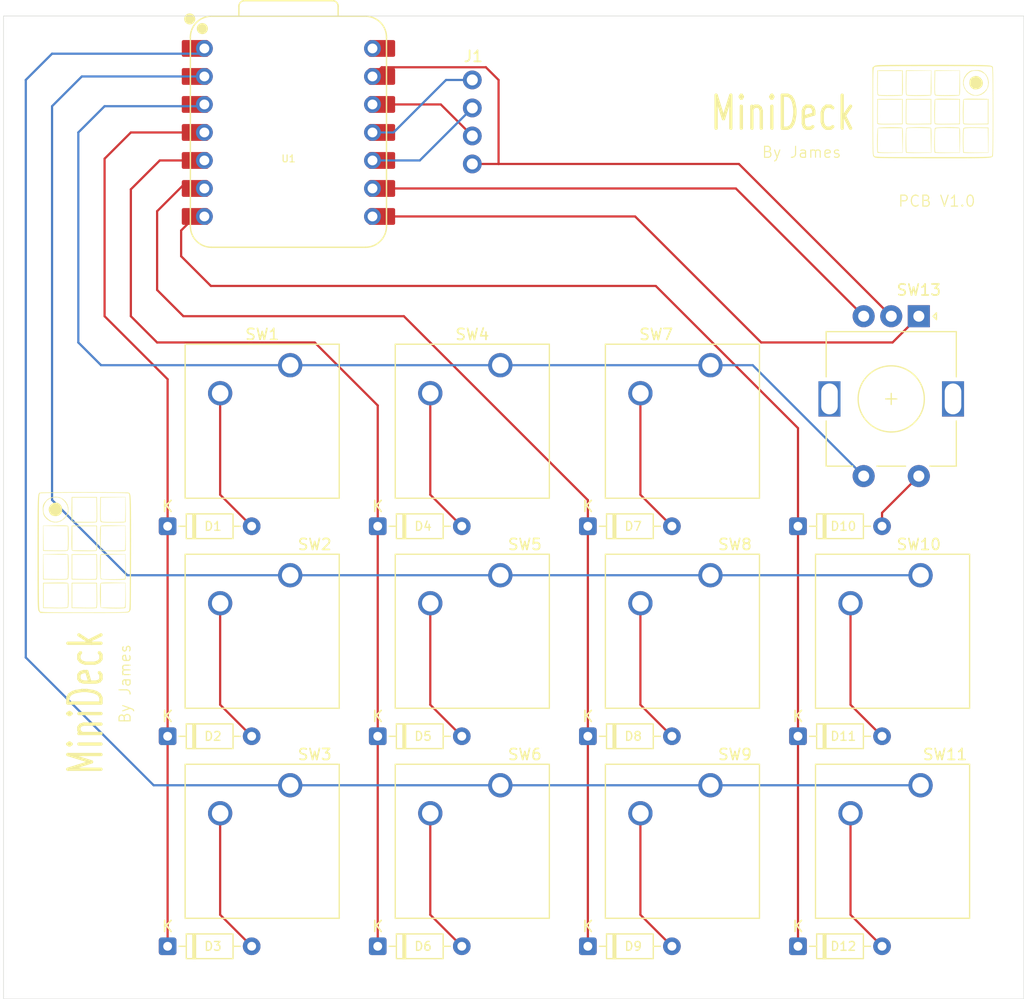
<source format=kicad_pcb>
(kicad_pcb (version 20241229) (generator "pcbnew") (generator_version "9.0")
  (layers (0 "F.Cu" signal) (2 "B.Cu" signal) (13 "F.Paste" user) (15 "B.Paste" user) (5 "F.SilkS" user "F.Silkscreen") (7 "B.SilkS" user "B.Silkscreen") (1 "F.Mask" user) (3 "B.Mask" user) (25 "Edge.Cuts" user))
  (net 0 "")
  (net 1 "Net-(D1-A)")
  (net 2 "Net-(D1-K)")
  (net 3 "Net-(D2-A)")
  (net 4 "Net-(D3-A)")
  (net 5 "Net-(D4-A)")
  (net 6 "Net-(D5-A)")
  (net 7 "Net-(D6-A)")
  (net 8 "Net-(D7-A)")
  (net 9 "Net-(D8-A)")
  (net 10 "Net-(D10-K)")
  (net 11 "Net-(D9-A)")
  (net 12 "Net-(D10-A)")
  (net 13 "Net-(D11-A)")
  (net 14 "Net-(J1-Pin_2)")
  (net 15 "Net-(J1-Pin_1)")
  (net 16 "GND")
  (net 17 "+3.3V")
  (net 18 "Net-(U1-GPIO27{slash}ADC1{slash}A1)")
  (net 19 "+5V")
  (net 20 "Net-(U1-GPIO2{slash}SCK)")
  (net 21 "Net-(U1-GPIO1{slash}RX)")
  (net 22 "Net-(U1-GPIO26{slash}ADC0{slash}A0)")
  (net 23 "Net-(D4-K)")
  (net 24 "Net-(D7-K)")
  (net 25 "Net-(D12-A)")
  (net 26 "Net-(U1-GPIO28{slash}ADC2{slash}A2)")
  (footprint "Keyswitch:SW_Cherry_MX_1.00u_PCB-3D Model" (layer "F.Cu") (at 93.0275 78.26375)
    (property "Reference" "SW8" (at 2.2225 -2.794 0) (layer "F.SilkS"))
    (property "Value" "SW_Push")
    (pad "" np_thru_hole circle (at -7.62 5.08) (size 1.7 1.7) (drill 1.7) (layers "*.Cu" "*.Mask"))
    (pad "" np_thru_hole circle (at -2.54 5.08) (size 4 4) (drill 4) (layers "*.Cu" "*.Mask"))
    (pad "" np_thru_hole circle (at 2.54 5.08) (size 1.7 1.7) (drill 1.7) (layers "*.Cu" "*.Mask"))
    (pad "1" thru_hole circle (at 0 0) (size 2.2 2.2) (drill 1.5) (layers "*.Cu" "*.Mask") (net 18 "Net-(U1-GPIO27{slash}ADC1{slash}A1)"))
    (pad "2" thru_hole circle (at -6.35 2.54) (size 2.2 2.2) (drill 1.5) (layers "*.Cu" "*.Mask") (net 9 "Net-(D8-A)"))
  )
  (footprint "Diode_THT:D_DO-35_SOD27_P7.62mm_Horizontal" (layer "F.Cu") (at 100.965 92.86875)
    (property "Reference" "D11" (hide yes))
    (property "Value" "1N4148")
    (fp_text user "K" (at 0 -1.8 0) (layer "F.SilkS"))
    (fp_text user "${REFERENCE}" (at 4.11 0 0) (layer "F.SilkS") (effects (font (size 0.8 0.8) (thickness 0.12))))
    (pad "1" thru_hole roundrect (at 0 0) (size 1.6 1.6) (drill 0.8) (layers "*.Cu" "*.Mask") (roundrect_rratio 0.15625) (net 10 "Net-(D10-K)"))
    (pad "2" thru_hole circle (at 7.62 0) (size 1.6 1.6) (drill 0.8) (layers "*.Cu" "*.Mask") (net 13 "Net-(D11-A)"))
  )
  (footprint "Keyswitch:SW_Cherry_MX_1.00u_PCB-3D Model" (layer "F.Cu") (at 93.0275 97.31375)
    (property "Reference" "SW9" (at 2.2225 -2.794 0) (layer "F.SilkS"))
    (property "Value" "SW_Push")
    (pad "" np_thru_hole circle (at -7.62 5.08) (size 1.7 1.7) (drill 1.7) (layers "*.Cu" "*.Mask"))
    (pad "" np_thru_hole circle (at -2.54 5.08) (size 4 4) (drill 4) (layers "*.Cu" "*.Mask"))
    (pad "" np_thru_hole circle (at 2.54 5.08) (size 1.7 1.7) (drill 1.7) (layers "*.Cu" "*.Mask"))
    (pad "1" thru_hole circle (at 0 0) (size 2.2 2.2) (drill 1.5) (layers "*.Cu" "*.Mask") (net 22 "Net-(U1-GPIO26{slash}ADC0{slash}A0)"))
    (pad "2" thru_hole circle (at -6.35 2.54) (size 2.2 2.2) (drill 1.5) (layers "*.Cu" "*.Mask") (net 11 "Net-(D9-A)"))
  )
  (footprint "Diode_THT:D_DO-35_SOD27_P7.62mm_Horizontal" (layer "F.Cu") (at 81.915 92.86875)
    (property "Reference" "D8" (hide yes))
    (property "Value" "1N4148")
    (fp_text user "${REFERENCE}" (at 4.11 0 0) (layer "F.SilkS") (effects (font (size 0.8 0.8) (thickness 0.12))))
    (fp_text user "K" (at 0 -1.8 0) (layer "F.SilkS"))
    (pad "1" thru_hole roundrect (at 0 0) (size 1.6 1.6) (drill 0.8) (layers "*.Cu" "*.Mask") (roundrect_rratio 0.15625) (net 24 "Net-(D7-K)"))
    (pad "2" thru_hole circle (at 7.62 0) (size 1.6 1.6) (drill 0.8) (layers "*.Cu" "*.Mask") (net 9 "Net-(D8-A)"))
  )
  (footprint "128*32 Oled:PinHeader_1x04_P2.54mm-ce12909e-c1ba-0606-2421-5b6e827065f4" (layer "F.Cu") (at 71.4375 33.3375)
    (property "Reference" "J1" (at 0.09 -2.14 0) (layer "F.SilkS"))
    (property "Value" "Conn_01x04_Socket")
    (pad "1" thru_hole circle (at 0 0) (size 1.7 1.7) (drill 1) (layers "*.Cu" "*.Mask") (net 15 "Net-(J1-Pin_1)"))
    (pad "2" thru_hole oval (at 0 2.54) (size 1.7 1.7) (drill 1) (layers "*.Cu" "*.Mask") (net 14 "Net-(J1-Pin_2)"))
    (pad "3" thru_hole oval (at 0 5.08) (size 1.7 1.7) (drill 1) (layers "*.Cu" "*.Mask") (net 17 "+3.3V"))
    (pad "4" thru_hole oval (at 0 7.62) (size 1.7 1.7) (drill 1) (layers "*.Cu" "*.Mask") (net 16 "GND"))
  )
  (footprint "Diode_THT:D_DO-35_SOD27_P7.62mm_Horizontal" (layer "F.Cu") (at 43.815 73.81875)
    (property "Reference" "D1" (hide yes))
    (property "Value" "1N4148")
    (fp_text user "${REFERENCE}" (at 4.11 0 0) (layer "F.SilkS") (effects (font (size 0.8 0.8) (thickness 0.12))))
    (fp_text user "K" (at 0 -1.8 0) (layer "F.SilkS"))
    (pad "1" thru_hole roundrect (at 0 0) (size 1.6 1.6) (drill 0.8) (layers "*.Cu" "*.Mask") (roundrect_rratio 0.15625) (net 2 "Net-(D1-K)"))
    (pad "2" thru_hole circle (at 7.62 0) (size 1.6 1.6) (drill 0.8) (layers "*.Cu" "*.Mask") (net 1 "Net-(D1-A)"))
  )
  (footprint "Keyswitch:SW_Cherry_MX_1.00u_PCB-3D Model" (layer "F.Cu") (at 73.9775 78.26375)
    (property "Reference" "SW5" (at 2.2225 -2.794 0) (layer "F.SilkS"))
    (property "Value" "SW_Push")
    (pad "" np_thru_hole circle (at -7.62 5.08) (size 1.7 1.7) (drill 1.7) (layers "*.Cu" "*.Mask"))
    (pad "" np_thru_hole circle (at -2.54 5.08) (size 4 4) (drill 4) (layers "*.Cu" "*.Mask"))
    (pad "" np_thru_hole circle (at 2.54 5.08) (size 1.7 1.7) (drill 1.7) (layers "*.Cu" "*.Mask"))
    (pad "1" thru_hole circle (at 0 0) (size 2.2 2.2) (drill 1.5) (layers "*.Cu" "*.Mask") (net 18 "Net-(U1-GPIO27{slash}ADC1{slash}A1)"))
    (pad "2" thru_hole circle (at -6.35 2.54) (size 2.2 2.2) (drill 1.5) (layers "*.Cu" "*.Mask") (net 6 "Net-(D5-A)"))
  )
  (footprint "Diode_THT:D_DO-35_SOD27_P7.62mm_Horizontal" (layer "F.Cu") (at 62.865 73.81875)
    (property "Reference" "D4" (hide yes))
    (property "Value" "1N4148")
    (fp_text user "${REFERENCE}" (at 4.11 0 0) (layer "F.SilkS") (effects (font (size 0.8 0.8) (thickness 0.12))))
    (fp_text user "K" (at 0 -1.8 0) (layer "F.SilkS"))
    (pad "1" thru_hole roundrect (at 0 0) (size 1.6 1.6) (drill 0.8) (layers "*.Cu" "*.Mask") (roundrect_rratio 0.15625) (net 23 "Net-(D4-K)"))
    (pad "2" thru_hole circle (at 7.62 0) (size 1.6 1.6) (drill 0.8) (layers "*.Cu" "*.Mask") (net 5 "Net-(D4-A)"))
  )
  (footprint "Diode_THT:D_DO-35_SOD27_P7.62mm_Horizontal" (layer "F.Cu") (at 100.965 111.91875)
    (property "Reference" "D12" (hide yes))
    (property "Value" "1N4148")
    (fp_text user "K" (at 0 -1.8 0) (layer "F.SilkS"))
    (fp_text user "${REFERENCE}" (at 4.11 0 0) (layer "F.SilkS") (effects (font (size 0.8 0.8) (thickness 0.12))))
    (pad "1" thru_hole roundrect (at 0 0) (size 1.6 1.6) (drill 0.8) (layers "*.Cu" "*.Mask") (roundrect_rratio 0.15625) (net 10 "Net-(D10-K)"))
    (pad "2" thru_hole circle (at 7.62 0) (size 1.6 1.6) (drill 0.8) (layers "*.Cu" "*.Mask") (net 25 "Net-(D12-A)"))
  )
  (footprint "Keyswitch:SW_Cherry_MX_1.00u_PCB-3D Model" (layer "F.Cu") (at 54.9275 97.31375)
    (property "Reference" "SW3" (at 2.2225 -2.794 0) (layer "F.SilkS"))
    (property "Value" "SW_Push")
    (pad "" np_thru_hole circle (at -7.62 5.08) (size 1.7 1.7) (drill 1.7) (layers "*.Cu" "*.Mask"))
    (pad "" np_thru_hole circle (at -2.54 5.08) (size 4 4) (drill 4) (layers "*.Cu" "*.Mask"))
    (pad "" np_thru_hole circle (at 2.54 5.08) (size 1.7 1.7) (drill 1.7) (layers "*.Cu" "*.Mask"))
    (pad "1" thru_hole circle (at 0 0) (size 2.2 2.2) (drill 1.5) (layers "*.Cu" "*.Mask") (net 22 "Net-(U1-GPIO26{slash}ADC0{slash}A0)"))
    (pad "2" thru_hole circle (at -6.35 2.54) (size 2.2 2.2) (drill 1.5) (layers "*.Cu" "*.Mask") (net 4 "Net-(D3-A)"))
  )
  (footprint "MountingHole:MountingHole_3.2mm_M3" (layer "F.Cu") (at 105.999807 47.625)
    (property "Reference" "REF**" (hide yes))
    (property "Value" "MountingHole_3.2mm_M3")
    (pad "" np_thru_hole circle (at 0 0) (size 3.2 3.2) (drill 3.2) (layers "*.Cu" "*.Mask"))
  )
  (footprint "Keyswitch:SW_Cherry_MX_1.00u_PCB-3D Model" (layer "F.Cu") (at 54.9275 59.21375)
    (property "Reference" "SW1" (at -2.54 -2.794 0) (layer "F.SilkS"))
    (property "Value" "SW_Push")
    (pad "" np_thru_hole circle (at -7.62 5.08) (size 1.7 1.7) (drill 1.7) (layers "*.Cu" "*.Mask"))
    (pad "" np_thru_hole circle (at -2.54 5.08) (size 4 4) (drill 4) (layers "*.Cu" "*.Mask"))
    (pad "" np_thru_hole circle (at 2.54 5.08) (size 1.7 1.7) (drill 1.7) (layers "*.Cu" "*.Mask"))
    (pad "1" thru_hole circle (at 0 0) (size 2.2 2.2) (drill 1.5) (layers "*.Cu" "*.Mask") (net 26 "Net-(U1-GPIO28{slash}ADC2{slash}A2)"))
    (pad "2" thru_hole circle (at -6.35 2.54) (size 2.2 2.2) (drill 1.5) (layers "*.Cu" "*.Mask") (net 1 "Net-(D1-A)"))
  )
  (footprint "MountingHole:MountingHole_3.2mm_M3" (layer "F.Cu") (at 38.1 107.15625)
    (property "Reference" "REF**" (hide yes))
    (property "Value" "MountingHole_3.2mm_M3")
    (pad "" np_thru_hole circle (at 0 0) (size 3.2 3.2) (drill 3.2) (layers "*.Cu" "*.Mask"))
  )
  (footprint "Diode_THT:D_DO-35_SOD27_P7.62mm_Horizontal" (layer "F.Cu") (at 43.815 111.91875)
    (property "Reference" "D3" (hide yes))
    (property "Value" "1N4148")
    (fp_text user "${REFERENCE}" (at 4.11 0 0) (layer "F.SilkS") (effects (font (size 0.8 0.8) (thickness 0.12))))
    (fp_text user "K" (at 0 -1.8 0) (layer "F.SilkS"))
    (pad "1" thru_hole roundrect (at 0 0) (size 1.6 1.6) (drill 0.8) (layers "*.Cu" "*.Mask") (roundrect_rratio 0.15625) (net 2 "Net-(D1-K)"))
    (pad "2" thru_hole circle (at 7.62 0) (size 1.6 1.6) (drill 0.8) (layers "*.Cu" "*.Mask") (net 4 "Net-(D3-A)"))
  )
  (footprint "Diode_THT:D_DO-35_SOD27_P7.62mm_Horizontal" (layer "F.Cu") (at 62.865 92.86875)
    (property "Reference" "D5" (hide yes))
    (property "Value" "1N4148")
    (fp_text user "${REFERENCE}" (at 4.11 0 0) (layer "F.SilkS") (effects (font (size 0.8 0.8) (thickness 0.12))))
    (fp_text user "K" (at 0 -1.8 0) (layer "F.SilkS"))
    (pad "1" thru_hole roundrect (at 0 0) (size 1.6 1.6) (drill 0.8) (layers "*.Cu" "*.Mask") (roundrect_rratio 0.15625) (net 23 "Net-(D4-K)"))
    (pad "2" thru_hole circle (at 7.62 0) (size 1.6 1.6) (drill 0.8) (layers "*.Cu" "*.Mask") (net 6 "Net-(D5-A)"))
  )
  (footprint "LOGO" (layer "F.Cu") (at 113.227526 36.207547)
    (property "Reference" "G***" (hide yes))
    (property "Value" "LOGO" (hide yes))
  )
  (footprint "Encoder:RotaryEncoder_Alps_EC11E-Switch_Vertical_H20mm" (layer "F.Cu") (at 111.91875 54.76875 -90)
    (property "Reference" "SW13" (at -2.38125 0 0) (layer "F.SilkS"))
    (property "Value" "RotaryEncoder_Switch")
    (pad "" np_thru_hole rect (at 7.5 -3.1 270) (size 3.2 2) (drill oval 2.8 1.5) (layers "*.Cu" "*.Mask"))
    (pad "" np_thru_hole rect (at 7.5 8.1 270) (size 3.2 2) (drill oval 2.8 1.5) (layers "*.Cu" "*.Mask"))
    (pad "A" thru_hole rect (at 0 0 270) (size 2 2) (drill 1) (layers "*.Cu" "*.Mask") (net 21 "Net-(U1-GPIO1{slash}RX)"))
    (pad "B" thru_hole circle (at 0 5 270) (size 2 2) (drill 1) (layers "*.Cu" "*.Mask") (net 20 "Net-(U1-GPIO2{slash}SCK)"))
    (pad "C" thru_hole circle (at 0 2.5 270) (size 2 2) (drill 1) (layers "*.Cu" "*.Mask") (net 16 "GND"))
    (pad "S1" thru_hole circle (at 14.5 5 270) (size 2 2) (drill 1) (layers "*.Cu" "*.Mask") (net 26 "Net-(U1-GPIO28{slash}ADC2{slash}A2)"))
    (pad "S2" thru_hole circle (at 14.5 0 270) (size 2 2) (drill 1) (layers "*.Cu" "*.Mask") (net 12 "Net-(D10-A)"))
  )
  (footprint "Diode_THT:D_DO-35_SOD27_P7.62mm_Horizontal" (layer "F.Cu") (at 81.915 73.81875)
    (property "Reference" "D7" (hide yes))
    (property "Value" "1N4148")
    (fp_text user "K" (at 0 -1.8 0) (layer "F.SilkS"))
    (fp_text user "${REFERENCE}" (at 4.11 0 0) (layer "F.SilkS") (effects (font (size 0.8 0.8) (thickness 0.12))))
    (pad "1" thru_hole roundrect (at 0 0) (size 1.6 1.6) (drill 0.8) (layers "*.Cu" "*.Mask") (roundrect_rratio 0.15625) (net 24 "Net-(D7-K)"))
    (pad "2" thru_hole circle (at 7.62 0) (size 1.6 1.6) (drill 0.8) (layers "*.Cu" "*.Mask") (net 8 "Net-(D7-A)"))
  )
  (footprint "OPL:XIAO-RP2040-DIP" (layer "F.Cu") (at 54.76875 38.1)
    (property "Reference" "U1" (at 0 2.38125 0) (layer "F.SilkS") (effects (font (size 0.635 0.635) (thickness 0.1016))))
    (property "Value" "XIAO-RP2040-DIP")
    (pad "1" smd roundrect (at -8.455 -7.62 180) (size 2.432 1.524) (layers "F.Cu" "F.Mask") (roundrect_rratio 0.1) (net 22 "Net-(U1-GPIO26{slash}ADC0{slash}A0)"))
    (pad "1" thru_hole circle (at -7.62 -7.62 180) (size 1.524 1.524) (drill 0.889) (layers "*.Cu" "*.Mask") (net 22 "Net-(U1-GPIO26{slash}ADC0{slash}A0)"))
    (pad "2" smd roundrect (at -8.455 -5.08 180) (size 2.432 1.524) (layers "F.Cu" "F.Mask") (roundrect_rratio 0.1) (net 18 "Net-(U1-GPIO27{slash}ADC1{slash}A1)"))
    (pad "2" thru_hole circle (at -7.62 -5.08 180) (size 1.524 1.524) (drill 0.889) (layers "*.Cu" "*.Mask") (net 18 "Net-(U1-GPIO27{slash}ADC1{slash}A1)"))
    (pad "3" smd roundrect (at -8.455 -2.54 180) (size 2.432 1.524) (layers "F.Cu" "F.Mask") (roundrect_rratio 0.1) (net 26 "Net-(U1-GPIO28{slash}ADC2{slash}A2)"))
    (pad "3" thru_hole circle (at -7.62 -2.54 180) (size 1.524 1.524) (drill 0.889) (layers "*.Cu" "*.Mask") (net 26 "Net-(U1-GPIO28{slash}ADC2{slash}A2)"))
    (pad "4" smd roundrect (at -8.455 0 180) (size 2.432 1.524) (layers "F.Cu" "F.Mask") (roundrect_rratio 0.1) (net 2 "Net-(D1-K)"))
    (pad "4" thru_hole circle (at -7.62 0 180) (size 1.524 1.524) (drill 0.889) (layers "*.Cu" "*.Mask") (net 2 "Net-(D1-K)"))
    (pad "5" smd roundrect (at -8.455 2.54 180) (size 2.432 1.524) (layers "F.Cu" "F.Mask") (roundrect_rratio 0.1) (net 23 "Net-(D4-K)"))
    (pad "5" thru_hole circle (at -7.62 2.54 180) (size 1.524 1.524) (drill 0.889) (layers "*.Cu" "*.Mask") (net 23 "Net-(D4-K)"))
    (pad "6" smd roundrect (at -8.455 5.08 180) (size 2.432 1.524) (layers "F.Cu" "F.Mask") (roundrect_rratio 0.1) (net 24 "Net-(D7-K)"))
    (pad "6" thru_hole circle (at -7.62 5.08 180) (size 1.524 1.524) (drill 0.889) (layers "*.Cu" "*.Mask") (net 24 "Net-(D7-K)"))
    (pad "7" smd roundrect (at -8.455 7.62 180) (size 2.432 1.524) (layers "F.Cu" "F.Mask") (roundrect_rratio 0.1) (net 10 "Net-(D10-K)"))
    (pad "7" thru_hole circle (at -7.62 7.62 180) (size 1.524 1.524) (drill 0.889) (layers "*.Cu" "*.Mask") (net 10 "Net-(D10-K)"))
    (pad "8" thru_hole circle (at 7.62 7.62) (size 1.524 1.524) (drill 0.889) (layers "*.Cu" "*.Mask") (net 21 "Net-(U1-GPIO1{slash}RX)"))
    (pad "8" smd roundrect (at 8.455 7.62) (size 2.432 1.524) (layers "F.Cu" "F.Mask") (roundrect_rratio 0.1) (net 21 "Net-(U1-GPIO1{slash}RX)"))
    (pad "9" thru_hole circle (at 7.62 5.08) (size 1.524 1.524) (drill 0.889) (layers "*.Cu" "*.Mask") (net 20 "Net-(U1-GPIO2{slash}SCK)"))
    (pad "9" smd roundrect (at 8.455 5.08) (size 2.432 1.524) (layers "F.Cu" "F.Mask") (roundrect_rratio 0.1) (net 20 "Net-(U1-GPIO2{slash}SCK)"))
    (pad "10" thru_hole circle (at 7.62 2.54) (size 1.524 1.524) (drill 0.889) (layers "*.Cu" "*.Mask") (net 14 "Net-(J1-Pin_2)"))
    (pad "10" smd roundrect (at 8.455 2.54) (size 2.432 1.524) (layers "F.Cu" "F.Mask") (roundrect_rratio 0.1) (net 14 "Net-(J1-Pin_2)"))
    (pad "11" thru_hole circle (at 7.62 0) (size 1.524 1.524) (drill 0.889) (layers "*.Cu" "*.Mask") (net 15 "Net-(J1-Pin_1)"))
    (pad "11" smd roundrect (at 8.455 0) (size 2.432 1.524) (layers "F.Cu" "F.Mask") (roundrect_rratio 0.1) (net 15 "Net-(J1-Pin_1)"))
    (pad "12" thru_hole circle (at 7.62 -2.54) (size 1.524 1.524) (drill 0.889) (layers "*.Cu" "*.Mask") (net 17 "+3.3V"))
    (pad "12" smd roundrect (at 8.455 -2.54) (size 2.432 1.524) (layers "F.Cu" "F.Mask") (roundrect_rratio 0.1) (net 17 "+3.3V"))
    (pad "13" thru_hole circle (at 7.62 -5.08) (size 1.524 1.524) (drill 0.889) (layers "*.Cu" "*.Mask") (net 16 "GND"))
    (pad "13" smd roundrect (at 8.455 -5.08) (size 2.432 1.524) (layers "F.Cu" "F.Mask") (roundrect_rratio 0.1) (net 16 "GND"))
    (pad "14" thru_hole circle (at 7.62 -7.62) (size 1.524 1.524) (drill 0.889) (layers "*.Cu" "*.Mask") (net 19 "+5V"))
    (pad "14" smd roundrect (at 8.455 -7.62) (size 2.432 1.524) (layers "F.Cu" "F.Mask") (roundrect_rratio 0.1) (net 19 "+5V"))
  )
  (footprint "Diode_THT:D_DO-35_SOD27_P7.62mm_Horizontal" (layer "F.Cu") (at 43.815 92.86875)
    (property "Reference" "D2" (hide yes))
    (property "Value" "1N4148")
    (fp_text user "${REFERENCE}" (at 4.11 0 0) (layer "F.SilkS") (effects (font (size 0.8 0.8) (thickness 0.12))))
    (fp_text user "K" (at 0 -1.8 0) (layer "F.SilkS"))
    (pad "1" thru_hole roundrect (at 0 0) (size 1.6 1.6) (drill 0.8) (layers "*.Cu" "*.Mask") (roundrect_rratio 0.15625) (net 2 "Net-(D1-K)"))
    (pad "2" thru_hole circle (at 7.62 0) (size 1.6 1.6) (drill 0.8) (layers "*.Cu" "*.Mask") (net 3 "Net-(D2-A)"))
  )
  (footprint "Keyswitch:SW_Cherry_MX_1.00u_PCB-3D Model" (layer "F.Cu") (at 93.0275 59.21375)
    (property "Reference" "SW7" (at -4.92125 -2.794 0) (layer "F.SilkS"))
    (property "Value" "SW_Push")
    (pad "" np_thru_hole circle (at -7.62 5.08) (size 1.7 1.7) (drill 1.7) (layers "*.Cu" "*.Mask"))
    (pad "" np_thru_hole circle (at -2.54 5.08) (size 4 4) (drill 4) (layers "*.Cu" "*.Mask"))
    (pad "" np_thru_hole circle (at 2.54 5.08) (size 1.7 1.7) (drill 1.7) (layers "*.Cu" "*.Mask"))
    (pad "1" thru_hole circle (at 0 0) (size 2.2 2.2) (drill 1.5) (layers "*.Cu" "*.Mask") (net 26 "Net-(U1-GPIO28{slash}ADC2{slash}A2)"))
    (pad "2" thru_hole circle (at -6.35 2.54) (size 2.2 2.2) (drill 1.5) (layers "*.Cu" "*.Mask") (net 8 "Net-(D7-A)"))
  )
  (footprint "LOGO" (layer "F.Cu") (at 36.262938 76.175041 90)
    (property "Reference" "G***" (hide yes))
    (property "Value" "LOGO" (hide yes))
  )
  (footprint "Diode_THT:D_DO-35_SOD27_P7.62mm_Horizontal" (layer "F.Cu") (at 100.965 73.81875)
    (property "Reference" "D10" (hide yes))
    (property "Value" "1N4148")
    (fp_text user "${REFERENCE}" (at 4.11 0 0) (layer "F.SilkS") (effects (font (size 0.8 0.8) (thickness 0.12))))
    (pad "1" thru_hole roundrect (at 0 0) (size 1.6 1.6) (drill 0.8) (layers "*.Cu" "*.Mask") (roundrect_rratio 0.15625) (net 10 "Net-(D10-K)"))
    (pad "2" thru_hole circle (at 7.62 0) (size 1.6 1.6) (drill 0.8) (layers "*.Cu" "*.Mask") (net 12 "Net-(D10-A)"))
  )
  (footprint "Diode_THT:D_DO-35_SOD27_P7.62mm_Horizontal" (layer "F.Cu") (at 62.865 111.91875)
    (property "Reference" "D6" (hide yes))
    (property "Value" "1N4148")
    (fp_text user "${REFERENCE}" (at 4.11 0 0) (layer "F.SilkS") (effects (font (size 0.8 0.8) (thickness 0.12))))
    (fp_text user "K" (at 0 -1.8 0) (layer "F.SilkS"))
    (pad "1" thru_hole roundrect (at 0 0) (size 1.6 1.6) (drill 0.8) (layers "*.Cu" "*.Mask") (roundrect_rratio 0.15625) (net 23 "Net-(D4-K)"))
    (pad "2" thru_hole circle (at 7.62 0) (size 1.6 1.6) (drill 0.8) (layers "*.Cu" "*.Mask") (net 7 "Net-(D6-A)"))
  )
  (footprint "Keyswitch:SW_Cherry_MX_1.00u_PCB-3D Model" (layer "F.Cu") (at 73.9775 59.21375)
    (property "Reference" "SW4" (at -2.54 -2.794 0) (layer "F.SilkS"))
    (property "Value" "SW_Push")
    (pad "" np_thru_hole circle (at -7.62 5.08) (size 1.7 1.7) (drill 1.7) (layers "*.Cu" "*.Mask"))
    (pad "" np_thru_hole circle (at -2.54 5.08) (size 4 4) (drill 4) (layers "*.Cu" "*.Mask"))
    (pad "" np_thru_hole circle (at 2.54 5.08) (size 1.7 1.7) (drill 1.7) (layers "*.Cu" "*.Mask"))
    (pad "1" thru_hole circle (at 0 0) (size 2.2 2.2) (drill 1.5) (layers "*.Cu" "*.Mask") (net 26 "Net-(U1-GPIO28{slash}ADC2{slash}A2)"))
    (pad "2" thru_hole circle (at -6.35 2.54) (size 2.2 2.2) (drill 1.5) (layers "*.Cu" "*.Mask") (net 5 "Net-(D4-A)"))
  )
  (footprint "Keyswitch:SW_Cherry_MX_1.00u_PCB-3D Model" (layer "F.Cu") (at 54.9275 78.26375)
    (property "Reference" "SW2" (at 2.2225 -2.794 0) (layer "F.SilkS"))
    (property "Value" "SW_Push")
    (pad "" np_thru_hole circle (at -7.62 5.08) (size 1.7 1.7) (drill 1.7) (layers "*.Cu" "*.Mask"))
    (pad "" np_thru_hole circle (at -2.54 5.08) (size 4 4) (drill 4) (layers "*.Cu" "*.Mask"))
    (pad "" np_thru_hole circle (at 2.54 5.08) (size 1.7 1.7) (drill 1.7) (layers "*.Cu" "*.Mask"))
    (pad "1" thru_hole circle (at 0 0) (size 2.2 2.2) (drill 1.5) (layers "*.Cu" "*.Mask") (net 18 "Net-(U1-GPIO27{slash}ADC1{slash}A1)"))
    (pad "2" thru_hole circle (at -6.35 2.54) (size 2.2 2.2) (drill 1.5) (layers "*.Cu" "*.Mask") (net 3 "Net-(D2-A)"))
  )
  (footprint "Diode_THT:D_DO-35_SOD27_P7.62mm_Horizontal" (layer "F.Cu") (at 81.915 111.91875)
    (property "Reference" "D9" (hide yes))
    (property "Value" "1N4148")
    (fp_text user "K" (at 0 -1.8 0) (layer "F.SilkS"))
    (fp_text user "${REFERENCE}" (at 4.11 0 0) (layer "F.SilkS") (effects (font (size 0.8 0.8) (thickness 0.12))))
    (pad "1" thru_hole roundrect (at 0 0) (size 1.6 1.6) (drill 0.8) (layers "*.Cu" "*.Mask") (roundrect_rratio 0.15625) (net 24 "Net-(D7-K)"))
    (pad "2" thru_hole circle (at 7.62 0) (size 1.6 1.6) (drill 0.8) (layers "*.Cu" "*.Mask") (net 11 "Net-(D9-A)"))
  )
  (footprint "Keyswitch:SW_Cherry_MX_1.00u_PCB-3D Model" (layer "F.Cu") (at 112.0775 97.31375)
    (property "Reference" "SW11" (at 2.2225 -2.794 0) (layer "F.SilkS"))
    (property "Value" "SW_Push")
    (pad "" np_thru_hole circle (at -7.62 5.08) (size 1.7 1.7) (drill 1.7) (layers "*.Cu" "*.Mask"))
    (pad "" np_thru_hole circle (at -2.54 5.08) (size 4 4) (drill 4) (layers "*.Cu" "*.Mask"))
    (pad "" np_thru_hole circle (at 2.54 5.08) (size 1.7 1.7) (drill 1.7) (layers "*.Cu" "*.Mask"))
    (pad "1" thru_hole circle (at 0 0) (size 2.2 2.2) (drill 1.5) (layers "*.Cu" "*.Mask") (net 22 "Net-(U1-GPIO26{slash}ADC0{slash}A0)"))
    (pad "2" thru_hole circle (at -6.35 2.54) (size 2.2 2.2) (drill 1.5) (layers "*.Cu" "*.Mask") (net 25 "Net-(D12-A)"))
  )
  (footprint "Keyswitch:SW_Cherry_MX_1.00u_PCB-3D Model" (layer "F.Cu") (at 73.9775 97.31375)
    (property "Reference" "SW6" (at 2.2225 -2.794 0) (layer "F.SilkS"))
    (property "Value" "SW_Push")
    (pad "" np_thru_hole circle (at -7.62 5.08) (size 1.7 1.7) (drill 1.7) (layers "*.Cu" "*.Mask"))
    (pad "" np_thru_hole circle (at -2.54 5.08) (size 4 4) (drill 4) (layers "*.Cu" "*.Mask"))
    (pad "" np_thru_hole circle (at 2.54 5.08) (size 1.7 1.7) (drill 1.7) (layers "*.Cu" "*.Mask"))
    (pad "1" thru_hole circle (at 0 0) (size 2.2 2.2) (drill 1.5) (layers "*.Cu" "*.Mask") (net 22 "Net-(U1-GPIO26{slash}ADC0{slash}A0)"))
    (pad "2" thru_hole circle (at -6.35 2.54) (size 2.2 2.2) (drill 1.5) (layers "*.Cu" "*.Mask") (net 7 "Net-(D6-A)"))
  )
  (footprint "Keyswitch:SW_Cherry_MX_1.00u_PCB-3D Model" (layer "F.Cu") (at 112.0775 78.26375)
    (property "Reference" "SW10" (at -0.15875 -2.794 0) (layer "F.SilkS"))
    (property "Value" "SW_Push")
    (pad "" np_thru_hole circle (at -7.62 5.08) (size 1.7 1.7) (drill 1.7) (layers "*.Cu" "*.Mask"))
    (pad "" np_thru_hole circle (at -2.54 5.08) (size 4 4) (drill 4) (layers "*.Cu" "*.Mask"))
    (pad "" np_thru_hole circle (at 2.54 5.08) (size 1.7 1.7) (drill 1.7) (layers "*.Cu" "*.Mask"))
    (pad "1" thru_hole circle (at 0 0) (size 2.2 2.2) (drill 1.5) (layers "*.Cu" "*.Mask") (net 18 "Net-(U1-GPIO27{slash}ADC1{slash}A1)"))
    (pad "2" thru_hole circle (at -6.35 2.54) (size 2.2 2.2) (drill 1.5) (layers "*.Cu" "*.Mask") (net 13 "Net-(D11-A)"))
  )
  (gr_rect (start 28.935586 27.538013) (end 121.44375 116.68125) (stroke (width 0.05)) (fill no) (layer "Edge.Cuts"))
  (gr_text "PCB V1.0" (at 109.986105 44.910408 0) (layer "F.SilkS") (effects (font (size 1 1) (thickness 0.1)) (justify left bottom)))
  (gr_text "MiniDeck" (at 38.155391 96.533817 90) (layer "F.SilkS") (effects (font (size 3 2) (thickness 0.3)) (justify left bottom)))
  (gr_text "By James" (at 40.536641 91.771317 90) (layer "F.SilkS") (effects (font (size 1 1) (thickness 0.1)) (justify left bottom)))
  (gr_text "By James" (at 97.63125 40.48125 0) (layer "F.SilkS") (effects (font (size 1 1) (thickness 0.1)) (justify left bottom)))
  (gr_text "MiniDeck" (at 92.86875 38.1 0) (layer "F.SilkS") (effects (font (size 3 2) (thickness 0.3)) (justify left bottom)))
  (segment (start 48.5775 70.96125) (end 51.435 73.81875) (width 0.2) (layer "F.Cu") (net 1))
  (segment (start 48.5775 61.75375) (end 48.5775 70.96125) (width 0.2) (layer "F.Cu") (net 1))
  (segment (start 43.815 92.86875) (end 43.815 73.81875) (width 0.2) (layer "F.Cu") (net 2))
  (segment (start 43.815 111.91875) (end 43.815 92.86875) (width 0.2) (layer "F.Cu") (net 2))
  (segment (start 38.1 40.48125) (end 40.48125 38.1) (width 0.2) (layer "F.Cu") (net 2))
  (segment (start 43.815 73.81875) (end 43.815 60.48375) (width 0.2) (layer "F.Cu") (net 2))
  (segment (start 43.815 60.48375) (end 38.1 54.76875) (width 0.2) (layer "F.Cu") (net 2))
  (segment (start 40.48125 38.1) (end 47.14875 38.1) (width 0.2) (layer "F.Cu") (net 2))
  (segment (start 38.1 54.76875) (end 38.1 40.48125) (width 0.2) (layer "F.Cu") (net 2))
  (segment (start 48.5775 80.80375) (end 48.5775 90.01125) (width 0.2) (layer "F.Cu") (net 3))
  (segment (start 48.5775 90.01125) (end 51.435 92.86875) (width 0.2) (layer "F.Cu") (net 3))
  (segment (start 48.5775 99.85375) (end 48.5775 109.06125) (width 0.2) (layer "F.Cu") (net 4))
  (segment (start 48.5775 109.06125) (end 51.435 111.91875) (width 0.2) (layer "F.Cu") (net 4))
  (segment (start 67.6275 70.96125) (end 70.485 73.81875) (width 0.2) (layer "F.Cu") (net 5))
  (segment (start 67.6275 61.75375) (end 67.6275 70.96125) (width 0.2) (layer "F.Cu") (net 5))
  (segment (start 67.6275 80.80375) (end 67.6275 90.01125) (width 0.2) (layer "F.Cu") (net 6))
  (segment (start 67.6275 90.01125) (end 70.485 92.86875) (width 0.2) (layer "F.Cu") (net 6))
  (segment (start 67.6275 99.85375) (end 67.6275 109.06125) (width 0.2) (layer "F.Cu") (net 7))
  (segment (start 67.6275 109.06125) (end 70.485 111.91875) (width 0.2) (layer "F.Cu") (net 7))
  (segment (start 86.6775 61.75375) (end 86.6775 70.96125) (width 0.2) (layer "F.Cu") (net 8))
  (segment (start 86.6775 70.96125) (end 89.535 73.81875) (width 0.2) (layer "F.Cu") (net 8))
  (segment (start 86.6775 90.01125) (end 89.535 92.86875) (width 0.2) (layer "F.Cu") (net 9))
  (segment (start 86.6775 80.80375) (end 86.6775 90.01125) (width 0.2) (layer "F.Cu") (net 9))
  (segment (start 88.0701 52.02175) (end 47.7355 52.02175) (width 0.2) (layer "F.Cu") (net 10))
  (segment (start 45.038976 49.325226) (end 45.038976 46.994774) (width 0.2) (layer "F.Cu") (net 10))
  (segment (start 100.965 73.81875) (end 100.965 64.91665) (width 0.2) (layer "F.Cu") (net 10))
  (segment (start 100.965 64.91665) (end 88.0701 52.02175) (width 0.2) (layer "F.Cu") (net 10))
  (segment (start 45.038976 46.994774) (end 46.31375 45.72) (width 0.2) (layer "F.Cu") (net 10))
  (segment (start 100.965 73.81875) (end 100.965 111.91875) (width 0.2) (layer "F.Cu") (net 10))
  (segment (start 47.7355 52.02175) (end 45.038976 49.325226) (width 0.2) (layer "F.Cu") (net 10))
  (segment (start 86.6775 109.06125) (end 89.535 111.91875) (width 0.2) (layer "F.Cu") (net 11))
  (segment (start 86.6775 99.85375) (end 86.6775 109.06125) (width 0.2) (layer "F.Cu") (net 11))
  (segment (start 111.91875 69.26875) (end 108.585 72.6025) (width 0.2) (layer "F.Cu") (net 12))
  (segment (start 108.585 72.6025) (end 108.585 73.81875) (width 0.2) (layer "F.Cu") (net 12))
  (segment (start 105.7275 80.80375) (end 105.7275 90.01125) (width 0.2) (layer "F.Cu") (net 13))
  (segment (start 105.7275 90.01125) (end 108.585 92.86875) (width 0.2) (layer "F.Cu") (net 13))
  (segment (start 71.4375 35.8775) (end 66.675 40.64) (width 0.2) (layer "B.Cu") (net 14))
  (segment (start 66.675 40.64) (end 62.38875 40.64) (width 0.2) (layer "B.Cu") (net 14))
  (segment (start 69.05625 33.3375) (end 64.29375 38.1) (width 0.2) (layer "B.Cu") (net 15))
  (segment (start 64.29375 38.1) (end 62.38875 38.1) (width 0.2) (layer "B.Cu") (net 15))
  (segment (start 71.4375 33.3375) (end 69.05625 33.3375) (width 0.2) (layer "B.Cu") (net 15))
  (segment (start 73.81875 40.9575) (end 71.4375 40.9575) (width 0.2) (layer "F.Cu") (net 16))
  (segment (start 63.22225 32.1865) (end 72.66775 32.1865) (width 0.2) (layer "F.Cu") (net 16))
  (segment (start 109.41875 54.76875) (end 95.6075 40.9575) (width 0.2) (layer "F.Cu") (net 16))
  (segment (start 72.66775 32.1865) (end 73.81875 33.3375) (width 0.2) (layer "F.Cu") (net 16))
  (segment (start 62.38875 33.02) (end 63.22225 32.1865) (width 0.2) (layer "F.Cu") (net 16))
  (segment (start 73.81875 33.3375) (end 73.81875 40.9575) (width 0.2) (layer "F.Cu") (net 16))
  (segment (start 95.6075 40.9575) (end 73.81875 40.9575) (width 0.2) (layer "F.Cu") (net 16))
  (segment (start 68.58 35.56) (end 62.38875 35.56) (width 0.2) (layer "F.Cu") (net 17))
  (segment (start 71.4375 38.4175) (end 68.58 35.56) (width 0.2) (layer "F.Cu") (net 17))
  (segment (start 40.16375 78.26375) (end 33.3375 71.4375) (width 0.2) (layer "B.Cu") (net 18))
  (segment (start 36.03625 33.02) (end 47.14875 33.02) (width 0.2) (layer "B.Cu") (net 18))
  (segment (start 33.3375 35.71875) (end 36.03625 33.02) (width 0.2) (layer "B.Cu") (net 18))
  (segment (start 54.9275 78.26375) (end 40.16375 78.26375) (width 0.2) (layer "B.Cu") (net 18))
  (segment (start 112.0775 78.26375) (end 54.9275 78.26375) (width 0.2) (layer "B.Cu") (net 18))
  (segment (start 33.3375 71.4375) (end 33.3375 35.71875) (width 0.2) (layer "B.Cu") (net 18))
  (segment (start 95.33 43.18) (end 63.22375 43.18) (width 0.2) (layer "F.Cu") (net 20))
  (segment (start 106.91875 54.76875) (end 95.33 43.18) (width 0.2) (layer "F.Cu") (net 20))
  (segment (start 97.63125 57.15) (end 86.20125 45.72) (width 0.2) (layer "F.Cu") (net 21))
  (segment (start 111.91875 54.76875) (end 109.5375 57.15) (width 0.2) (layer "F.Cu") (net 21))
  (segment (start 86.20125 45.72) (end 63.22375 45.72) (width 0.2) (layer "F.Cu") (net 21))
  (segment (start 109.5375 57.15) (end 97.63125 57.15) (width 0.2) (layer "F.Cu") (net 21))
  (segment (start 46.6725 30.95625) (end 47.14875 30.48) (width 0.2) (layer "B.Cu") (net 22))
  (segment (start 112.0775 97.31375) (end 54.9275 97.31375) (width 0.2) (layer "B.Cu") (net 22))
  (segment (start 30.95625 85.725) (end 30.95625 33.3375) (width 0.2) (layer "B.Cu") (net 22))
  (segment (start 54.9275 97.31375) (end 42.545 97.31375) (width 0.2) (layer "B.Cu") (net 22))
  (segment (start 30.95625 33.3375) (end 33.3375 30.95625) (width 0.2) (layer "B.Cu") (net 22))
  (segment (start 42.545 97.31375) (end 30.95625 85.725) (width 0.2) (layer "B.Cu") (net 22))
  (segment (start 33.3375 30.95625) (end 46.6725 30.95625) (width 0.2) (layer "B.Cu") (net 22))
  (segment (start 40.48125 54.76875) (end 40.48125 43.259375) (width 0.2) (layer "F.Cu") (net 23))
  (segment (start 43.100625 40.64) (end 47.14875 40.64) (width 0.2) (layer "F.Cu") (net 23))
  (segment (start 62.865 73.81875) (end 62.865 62.865) (width 0.2) (layer "F.Cu") (net 23))
  (segment (start 57.15 57.15) (end 42.8625 57.15) (width 0.2) (layer "F.Cu") (net 23))
  (segment (start 62.865 62.865) (end 57.15 57.15) (width 0.2) (layer "F.Cu") (net 23))
  (segment (start 40.48125 43.259375) (end 43.100625 40.64) (width 0.2) (layer "F.Cu") (net 23))
  (segment (start 62.865 111.91875) (end 62.865 92.86875) (width 0.2) (layer "F.Cu") (net 23))
  (segment (start 62.865 92.86875) (end 62.865 73.81875) (width 0.2) (layer "F.Cu") (net 23))
  (segment (start 42.8625 57.15) (end 40.48125 54.76875) (width 0.2) (layer "F.Cu") (net 23))
  (segment (start 81.915 71.446434) (end 81.915 73.81875) (width 0.2) (layer "F.Cu") (net 24))
  (segment (start 65.237316 54.76875) (end 81.915 71.446434) (width 0.2) (layer "F.Cu") (net 24))
  (segment (start 81.915 111.91875) (end 81.915 92.86875) (width 0.2) (layer "F.Cu") (net 24))
  (segment (start 45.24375 54.76875) (end 65.237316 54.76875) (width 0.2) (layer "F.Cu") (net 24))
  (segment (start 81.915 92.86875) (end 81.915 73.81875) (width 0.2) (layer "F.Cu") (net 24))
  (segment (start 45.24375 42.8625) (end 42.8625 45.24375) (width 0.2) (layer "F.Cu") (net 24))
  (segment (start 42.8625 45.24375) (end 42.8625 52.3875) (width 0.2) (layer "F.Cu") (net 24))
  (segment (start 42.8625 52.3875) (end 45.24375 54.76875) (width 0.2) (layer "F.Cu") (net 24))
  (segment (start 105.7275 109.06125) (end 108.585 111.91875) (width 0.2) (layer "F.Cu") (net 25))
  (segment (start 105.7275 99.85375) (end 105.7275 109.06125) (width 0.2) (layer "F.Cu") (net 25))
  (segment (start 106.91875 69.26875) (end 96.86375 59.21375) (width 0.2) (layer "B.Cu") (net 26))
  (segment (start 38.1 35.71875) (end 35.71875 38.1) (width 0.2) (layer "B.Cu") (net 26))
  (segment (start 47.14875 35.56) (end 46.99 35.71875) (width 0.2) (layer "B.Cu") (net 26))
  (segment (start 35.71875 38.1) (end 35.71875 57.15) (width 0.2) (layer "B.Cu") (net 26))
  (segment (start 96.86375 59.21375) (end 93.0275 59.21375) (width 0.2) (layer "B.Cu") (net 26))
  (segment (start 35.71875 57.15) (end 37.7825 59.21375) (width 0.2) (layer "B.Cu") (net 26))
  (segment (start 93.0275 59.21375) (end 54.9275 59.21375) (width 0.2) (layer "B.Cu") (net 26))
  (segment (start 37.7825 59.21375) (end 54.9275 59.21375) (width 0.2) (layer "B.Cu") (net 26))
  (segment (start 46.99 35.71875) (end 38.1 35.71875) (width 0.2) (layer "B.Cu") (net 26))
)
</source>
